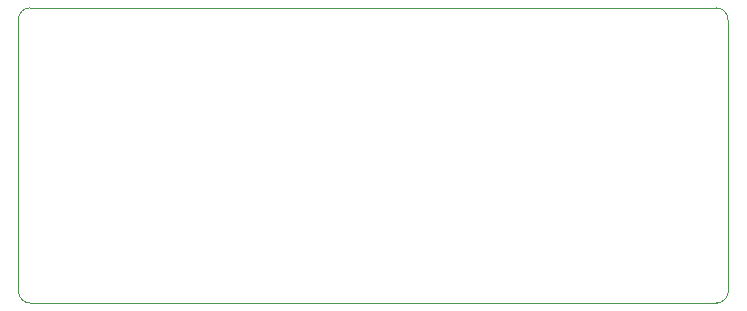
<source format=gbr>
%TF.GenerationSoftware,KiCad,Pcbnew,7.0.9*%
%TF.CreationDate,2024-04-30T03:57:04-04:00*%
%TF.ProjectId,5.2_5V,352e325f-3556-42e6-9b69-6361645f7063,rev?*%
%TF.SameCoordinates,Original*%
%TF.FileFunction,Profile,NP*%
%FSLAX46Y46*%
G04 Gerber Fmt 4.6, Leading zero omitted, Abs format (unit mm)*
G04 Created by KiCad (PCBNEW 7.0.9) date 2024-04-30 03:57:04*
%MOMM*%
%LPD*%
G01*
G04 APERTURE LIST*
%TA.AperFunction,Profile*%
%ADD10C,0.100000*%
%TD*%
G04 APERTURE END LIST*
D10*
X125539500Y-32877000D02*
X125539500Y-55877000D01*
X185610500Y-32877000D02*
X185650000Y-55870118D01*
X185610500Y-32877000D02*
G75*
G03*
X184610500Y-31877000I-1000000J0D01*
G01*
X126539500Y-31877000D02*
G75*
G03*
X125539500Y-32877000I0J-1000000D01*
G01*
X126539500Y-31877000D02*
X184610500Y-31877000D01*
X126539500Y-56877000D02*
X184650118Y-56870118D01*
X125539500Y-55877000D02*
G75*
G03*
X126539500Y-56877000I1000000J0D01*
G01*
X184650118Y-56870100D02*
G75*
G03*
X185650000Y-55870118I-118J1000000D01*
G01*
M02*

</source>
